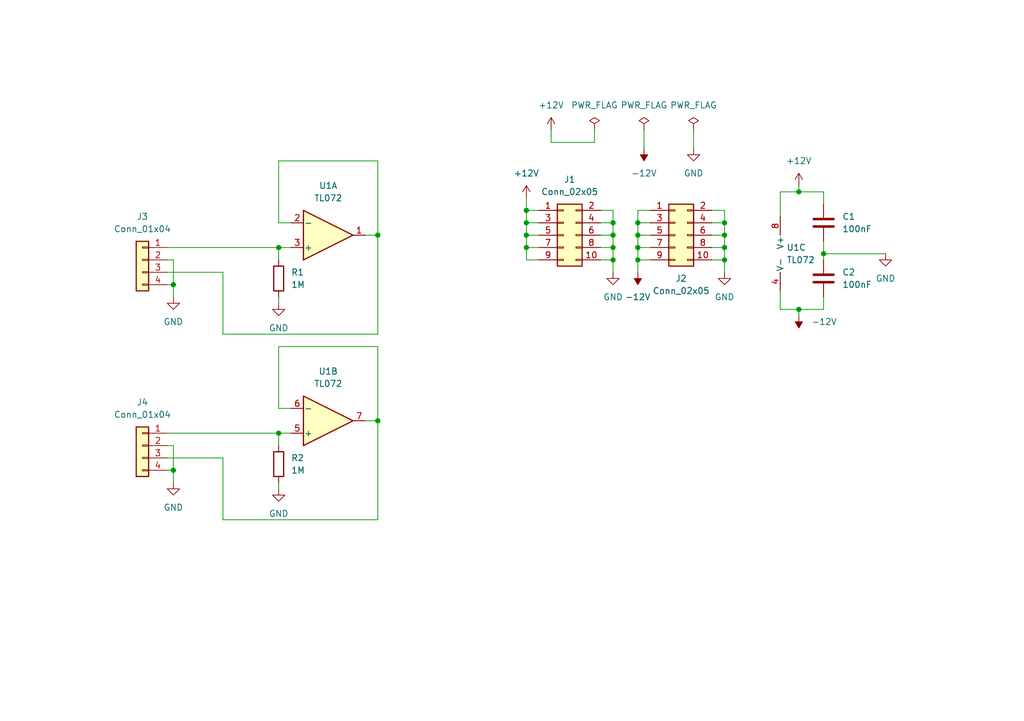
<source format=kicad_sch>
(kicad_sch (version 20211123) (generator eeschema)
  (paper "A5")
  (lib_symbols
    (symbol "Amplifier_Operational:TL072" (pin_names (offset 0.127))
      (property "Reference" "U" (at 0 5.08 0))
      (property "Value" "TL072" (at 0 -5.08 0))
      (symbol "TL072_1_1"
        (polyline (pts (xy -5.08 5.08) (xy 5.08 0) (xy -5.08 -5.08) (xy -5.08 5.08)) (stroke (width 0.254)) (fill (type background)))
        (pin output line (at 7.62 0 180) (length 2.54) (name "~") (number "1"))
        (pin input line (at -7.62 -2.54 0) (length 2.54) (name "-") (number "2"))
        (pin input line (at -7.62 2.54 0) (length 2.54) (name "+") (number "3"))
      )
      (symbol "TL072_2_1"
        (polyline (pts (xy -5.08 5.08) (xy 5.08 0) (xy -5.08 -5.08) (xy -5.08 5.08)) (stroke (width 0.254)) (fill (type background)))
        (pin input line (at -7.62 2.54 0) (length 2.54) (name "+") (number "5"))
        (pin input line (at -7.62 -2.54 0) (length 2.54) (name "-") (number "6"))
        (pin output line (at 7.62 0 180) (length 2.54) (name "~") (number "7"))
      )
      (symbol "TL072_3_1"
        (pin power_in line (at -2.54 -7.62 90) (length 3.81) (name "V-") (number "4"))
        (pin power_in line (at -2.54 7.62 270) (length 3.81) (name "V+") (number "8"))
      )
    )
    (symbol "Connector_Generic:Conn_01x04" (pin_names (offset 1.016) hide)
      (property "Reference" "J" (at 0 5.08 0))
      (property "Value" "Conn_01x04" (at 0 -7.62 0))
      (symbol "Conn_01x04_1_1"
        (rectangle (start -1.27 -4.953) (end 0 -5.207) (stroke (width 0.1524)))
        (rectangle (start -1.27 -2.413) (end 0 -2.667) (stroke (width 0.1524)))
        (rectangle (start -1.27 0.127) (end 0 -0.127) (stroke (width 0.1524)))
        (rectangle (start -1.27 2.667) (end 0 2.413) (stroke (width 0.1524)))
        (rectangle (start -1.27 3.81) (end 1.27 -6.35) (stroke (width 0.254)) (fill (type background)))
        (pin passive line (at -5.08 2.54 0) (length 3.81) (name "Pin_1") (number "1"))
        (pin passive line (at -5.08 0 0) (length 3.81) (name "Pin_2") (number "2"))
        (pin passive line (at -5.08 -2.54 0) (length 3.81) (name "Pin_3") (number "3"))
        (pin passive line (at -5.08 -5.08 0) (length 3.81) (name "Pin_4") (number "4"))
      )
    )
    (symbol "Connector_Generic:Conn_02x05_Odd_Even" (pin_names (offset 1.016) hide)
      (property "Reference" "J" (at 1.27 7.62 0))
      (property "Value" "Conn_02x05_Odd_Even" (at 1.27 -7.62 0))
      (symbol "Conn_02x05_Odd_Even_1_1"
        (rectangle (start -1.27 -4.953) (end 0 -5.207) (stroke (width 0.1524)))
        (rectangle (start -1.27 -2.413) (end 0 -2.667) (stroke (width 0.1524)))
        (rectangle (start -1.27 0.127) (end 0 -0.127) (stroke (width 0.1524)))
        (rectangle (start -1.27 2.667) (end 0 2.413) (stroke (width 0.1524)))
        (rectangle (start -1.27 5.207) (end 0 4.953) (stroke (width 0.1524)))
        (rectangle (start -1.27 6.35) (end 3.81 -6.35) (stroke (width 0.254)) (fill (type background)))
        (rectangle (start 3.81 -4.953) (end 2.54 -5.207) (stroke (width 0.1524)))
        (rectangle (start 3.81 -2.413) (end 2.54 -2.667) (stroke (width 0.1524)))
        (rectangle (start 3.81 0.127) (end 2.54 -0.127) (stroke (width 0.1524)))
        (rectangle (start 3.81 2.667) (end 2.54 2.413) (stroke (width 0.1524)))
        (rectangle (start 3.81 5.207) (end 2.54 4.953) (stroke (width 0.1524)))
        (pin passive line (at -5.08 5.08 0) (length 3.81) (name "Pin_1") (number "1"))
        (pin passive line (at 7.62 -5.08 180) (length 3.81) (name "Pin_10") (number "10"))
        (pin passive line (at 7.62 5.08 180) (length 3.81) (name "Pin_2") (number "2"))
        (pin passive line (at -5.08 2.54 0) (length 3.81) (name "Pin_3") (number "3"))
        (pin passive line (at 7.62 2.54 180) (length 3.81) (name "Pin_4") (number "4"))
        (pin passive line (at -5.08 0 0) (length 3.81) (name "Pin_5") (number "5"))
        (pin passive line (at 7.62 0 180) (length 3.81) (name "Pin_6") (number "6"))
        (pin passive line (at -5.08 -2.54 0) (length 3.81) (name "Pin_7") (number "7"))
        (pin passive line (at 7.62 -2.54 180) (length 3.81) (name "Pin_8") (number "8"))
        (pin passive line (at -5.08 -5.08 0) (length 3.81) (name "Pin_9") (number "9"))
      )
    )
    (symbol "Device:C" (pin_numbers hide) (pin_names (offset 0.254))
      (property "Reference" "C" (at 0.635 2.54 0))
      (property "Value" "C" (at 0.635 -2.54 0))
      (symbol "C_0_1"
        (polyline (pts (xy -2.032 -0.762) (xy 2.032 -0.762)) (stroke (width 0.508)))
        (polyline (pts (xy -2.032 0.762) (xy 2.032 0.762)) (stroke (width 0.508)))
      )
      (symbol "C_1_1"
        (pin passive line (at 0 3.81 270) (length 2.794) (name "~") (number "1"))
        (pin passive line (at 0 -3.81 90) (length 2.794) (name "~") (number "2"))
      )
    )
    (symbol "Device:R" (pin_numbers hide) (pin_names (offset 0))
      (property "Reference" "R" (at 2.032 0 90))
      (property "Value" "R" (at 0 0 90))
      (symbol "R_0_1"
        (rectangle (start -1.016 -2.54) (end 1.016 2.54) (stroke (width 0.254)))
      )
      (symbol "R_1_1"
        (pin passive line (at 0 3.81 270) (length 1.27) (name "~") (number "1"))
        (pin passive line (at 0 -3.81 90) (length 1.27) (name "~") (number "2"))
      )
    )
    (symbol "power:+12V" (power) (pin_names (offset 0))
      (property "Value" "+12V" (at 0 3.556 0))
      (symbol "+12V_0_1"
        (polyline (pts (xy -0.762 1.27) (xy 0 2.54)))
        (polyline (pts (xy 0 0) (xy 0 2.54)))
        (polyline (pts (xy 0 2.54) (xy 0.762 1.27)))
      )
      (symbol "+12V_1_1"
        (pin power_in line (at 0 0 90) (length 0) hide (name "+12V") (number "1"))
      )
    )
    (symbol "power:-12V" (power) (pin_names (offset 0))
      (property "Value" "-12V" (at 0 3.81 0))
      (symbol "-12V_0_0"
        (pin power_in line (at 0 0 90) (length 0) hide (name "-12V") (number "1"))
      )
      (symbol "-12V_0_1"
        (polyline (pts (xy 0 0) (xy 0 1.27) (xy 0.762 1.27) (xy 0 2.54) (xy -0.762 1.27) (xy 0 1.27)) (fill (type outline)))
      )
    )
    (symbol "power:GND" (power) (pin_names (offset 0))
      (property "Value" "GND" (at 0 -3.81 0))
      (symbol "GND_0_1"
        (polyline (pts (xy 0 0) (xy 0 -1.27) (xy 1.27 -1.27) (xy 0 -2.54) (xy -1.27 -1.27) (xy 0 -1.27)))
      )
      (symbol "GND_1_1"
        (pin power_in line (at 0 0 270) (length 0) hide (name "GND") (number "1"))
      )
    )
    (symbol "power:PWR_FLAG" (power) (pin_numbers hide) (pin_names (offset 0) hide)
      (property "Value" "PWR_FLAG" (at 0 3.81 0))
      (symbol "PWR_FLAG_0_0"
        (pin power_out line (at 0 0 90) (length 0) (name "pwr") (number "1"))
      )
      (symbol "PWR_FLAG_0_1"
        (polyline (pts (xy 0 0) (xy 0 1.27) (xy -1.016 1.905) (xy 0 2.54) (xy 1.016 1.905) (xy 0 1.27)))
      )
    )
  )
  (junction (at 35.56 58.42))
  (junction (at 168.91 52.07))
  (junction (at 57.15 50.8))
  (junction (at 130.81 45.72))
  (junction (at 125.73 53.34))
  (junction (at 77.47 48.26))
  (junction (at 148.59 53.34))
  (junction (at 125.73 45.72))
  (junction (at 107.95 50.8))
  (junction (at 35.56 96.52))
  (junction (at 130.81 53.34))
  (junction (at 57.15 88.9))
  (junction (at 107.95 43.18))
  (junction (at 107.95 48.26))
  (junction (at 148.59 50.8))
  (junction (at 125.73 50.8))
  (junction (at 148.59 45.72))
  (junction (at 163.83 39.37))
  (junction (at 148.59 48.26))
  (junction (at 125.73 48.26))
  (junction (at 130.81 48.26))
  (junction (at 130.81 50.8))
  (junction (at 107.95 45.72))
  (junction (at 77.47 86.36))
  (junction (at 163.83 63.5))
  (wire (pts (xy 146.05 50.8) (xy 148.59 50.8)))
  (wire (pts (xy 57.15 50.8) (xy 59.69 50.8)))
  (wire (pts (xy 74.93 48.26) (xy 77.47 48.26)))
  (wire (pts (xy 125.73 48.26) (xy 125.73 50.8)))
  (wire (pts (xy 77.47 48.26) (xy 77.47 68.58)))
  (wire (pts (xy 130.81 48.26) (xy 133.35 48.26)))
  (wire (pts (xy 168.91 63.5) (xy 168.91 60.96)))
  (wire (pts (xy 107.95 43.18) (xy 110.49 43.18)))
  (wire (pts (xy 34.29 88.9) (xy 57.15 88.9)))
  (wire (pts (xy 130.81 53.34) (xy 133.35 53.34)))
  (wire (pts (xy 74.93 86.36) (xy 77.47 86.36)))
  (wire (pts (xy 57.15 33.02) (xy 77.47 33.02)))
  (wire (pts (xy 107.95 45.72) (xy 110.49 45.72)))
  (wire (pts (xy 107.95 50.8) (xy 107.95 48.26)))
  (wire (pts (xy 57.15 45.72) (xy 57.15 33.02)))
  (wire (pts (xy 163.83 63.5) (xy 163.83 64.77)))
  (wire (pts (xy 123.19 50.8) (xy 125.73 50.8)))
  (wire (pts (xy 148.59 45.72) (xy 146.05 45.72)))
  (wire (pts (xy 148.59 45.72) (xy 148.59 48.26)))
  (wire (pts (xy 35.56 91.44) (xy 34.29 91.44)))
  (wire (pts (xy 57.15 53.34) (xy 57.15 50.8)))
  (wire (pts (xy 34.29 50.8) (xy 57.15 50.8)))
  (wire (pts (xy 125.73 43.18) (xy 125.73 45.72)))
  (wire (pts (xy 107.95 50.8) (xy 110.49 50.8)))
  (wire (pts (xy 148.59 50.8) (xy 148.59 53.34)))
  (wire (pts (xy 57.15 60.96) (xy 57.15 62.23)))
  (wire (pts (xy 77.47 86.36) (xy 77.47 71.12)))
  (wire (pts (xy 45.72 55.88) (xy 34.29 55.88)))
  (wire (pts (xy 160.02 39.37) (xy 160.02 44.45)))
  (wire (pts (xy 148.59 53.34) (xy 148.59 55.88)))
  (wire (pts (xy 113.03 26.67) (xy 113.03 29.21)))
  (wire (pts (xy 77.47 86.36) (xy 77.47 106.68)))
  (wire (pts (xy 163.83 39.37) (xy 160.02 39.37)))
  (wire (pts (xy 34.29 53.34) (xy 35.56 53.34)))
  (wire (pts (xy 123.19 48.26) (xy 125.73 48.26)))
  (wire (pts (xy 123.19 43.18) (xy 125.73 43.18)))
  (wire (pts (xy 168.91 52.07) (xy 181.61 52.07)))
  (wire (pts (xy 107.95 48.26) (xy 110.49 48.26)))
  (wire (pts (xy 35.56 96.52) (xy 34.29 96.52)))
  (wire (pts (xy 125.73 50.8) (xy 125.73 53.34)))
  (wire (pts (xy 168.91 52.07) (xy 168.91 53.34)))
  (wire (pts (xy 130.81 45.72) (xy 130.81 48.26)))
  (wire (pts (xy 130.81 43.18) (xy 130.81 45.72)))
  (wire (pts (xy 168.91 49.53) (xy 168.91 52.07)))
  (wire (pts (xy 142.24 26.67) (xy 142.24 30.48)))
  (wire (pts (xy 148.59 48.26) (xy 148.59 50.8)))
  (wire (pts (xy 35.56 58.42) (xy 35.56 53.34)))
  (wire (pts (xy 77.47 68.58) (xy 45.72 68.58)))
  (wire (pts (xy 57.15 99.06) (xy 57.15 100.33)))
  (wire (pts (xy 168.91 39.37) (xy 163.83 39.37)))
  (wire (pts (xy 163.83 38.1) (xy 163.83 39.37)))
  (wire (pts (xy 125.73 53.34) (xy 125.73 55.88)))
  (wire (pts (xy 35.56 96.52) (xy 35.56 91.44)))
  (wire (pts (xy 45.72 106.68) (xy 45.72 93.98)))
  (wire (pts (xy 57.15 71.12) (xy 77.47 71.12)))
  (wire (pts (xy 160.02 59.69) (xy 160.02 63.5)))
  (wire (pts (xy 146.05 53.34) (xy 148.59 53.34)))
  (wire (pts (xy 125.73 45.72) (xy 125.73 48.26)))
  (wire (pts (xy 130.81 53.34) (xy 130.81 55.88)))
  (wire (pts (xy 107.95 43.18) (xy 107.95 40.64)))
  (wire (pts (xy 107.95 53.34) (xy 107.95 50.8)))
  (wire (pts (xy 163.83 63.5) (xy 168.91 63.5)))
  (wire (pts (xy 77.47 106.68) (xy 45.72 106.68)))
  (wire (pts (xy 130.81 50.8) (xy 130.81 53.34)))
  (wire (pts (xy 34.29 58.42) (xy 35.56 58.42)))
  (wire (pts (xy 146.05 48.26) (xy 148.59 48.26)))
  (wire (pts (xy 35.56 60.96) (xy 35.56 58.42)))
  (wire (pts (xy 133.35 50.8) (xy 130.81 50.8)))
  (wire (pts (xy 57.15 71.12) (xy 57.15 83.82)))
  (wire (pts (xy 123.19 53.34) (xy 125.73 53.34)))
  (wire (pts (xy 121.92 29.21) (xy 113.03 29.21)))
  (wire (pts (xy 45.72 68.58) (xy 45.72 55.88)))
  (wire (pts (xy 121.92 26.67) (xy 121.92 29.21)))
  (wire (pts (xy 132.08 26.67) (xy 132.08 30.48)))
  (wire (pts (xy 110.49 53.34) (xy 107.95 53.34)))
  (wire (pts (xy 146.05 43.18) (xy 148.59 43.18)))
  (wire (pts (xy 133.35 43.18) (xy 130.81 43.18)))
  (wire (pts (xy 130.81 48.26) (xy 130.81 50.8)))
  (wire (pts (xy 107.95 45.72) (xy 107.95 43.18)))
  (wire (pts (xy 59.69 45.72) (xy 57.15 45.72)))
  (wire (pts (xy 57.15 91.44) (xy 57.15 88.9)))
  (wire (pts (xy 57.15 83.82) (xy 59.69 83.82)))
  (wire (pts (xy 107.95 48.26) (xy 107.95 45.72)))
  (wire (pts (xy 160.02 63.5) (xy 163.83 63.5)))
  (wire (pts (xy 77.47 33.02) (xy 77.47 48.26)))
  (wire (pts (xy 123.19 45.72) (xy 125.73 45.72)))
  (wire (pts (xy 168.91 41.91) (xy 168.91 39.37)))
  (wire (pts (xy 57.15 88.9) (xy 59.69 88.9)))
  (wire (pts (xy 34.29 93.98) (xy 45.72 93.98)))
  (wire (pts (xy 148.59 43.18) (xy 148.59 45.72)))
  (wire (pts (xy 35.56 96.52) (xy 35.56 99.06)))
  (wire (pts (xy 130.81 45.72) (xy 133.35 45.72)))
  (symbol (lib_id "power:GND") (at 57.15 100.33 0) (unit 1)
    (property "Reference" "#PWR014" (effects hide))
    (property "Value" "GND" (at 57.15 105.41 0))
  )
  (symbol (lib_id "power:+12V") (at 163.83 38.1 0) (unit 1)
    (property "Reference" "#PWR04" (effects hide))
    (property "Value" "+12V" (at 163.83 33.02 0))
  )
  (symbol (lib_id "power:GND") (at 125.73 55.88 0) (unit 1)
    (property "Reference" "#PWR07" (effects hide))
    (property "Value" "GND" (at 125.73 60.96 0))
  )
  (symbol (lib_id "power:GND") (at 181.61 52.07 0) (unit 1)
    (property "Reference" "#PWR06" (effects hide))
    (property "Value" "GND" (at 181.61 57.15 0))
  )
  (symbol (lib_id "power:-12V") (at 130.81 55.88 0) (mirror x) (unit 1)
    (property "Reference" "#PWR08" (effects hide))
    (property "Value" "-12V" (at 130.81 60.96 0))
  )
  (symbol (lib_id "Device:R") (at 57.15 57.15 180) (unit 1)
    (property "Reference" "R1" (at 59.69 55.8799 0) (effects (justify right)))
    (property "Value" "1M" (at 59.69 58.4199 0) (effects (justify right)))
    (property "Footprint" "Resistor_THT:R_Axial_DIN0207_L6.3mm_D2.5mm_P2.54mm_Vertical" (effects hide))
  )
  (symbol (lib_id "power:GND") (at 35.56 99.06 0) (mirror y) (unit 1)
    (property "Reference" "#PWR013" (effects hide))
    (property "Value" "GND" (at 35.56 104.14 0))
  )
  (symbol (lib_id "Device:C") (at 168.91 57.15 0) (unit 1)
    (property "Reference" "C2" (at 172.72 55.8799 0) (effects (justify left)))
    (property "Value" "100nF" (at 172.72 58.4199 0) (effects (justify left)))
    (property "Footprint" "Capacitor_THT:C_Disc_D4.7mm_W2.5mm_P5.00mm" (effects hide))
  )
  (symbol (lib_id "Amplifier_Operational:TL072") (at 67.31 48.26 0) (mirror x) (unit 1)
    (property "Reference" "U1" (at 67.31 38.1 0))
    (property "Value" "TL072" (at 67.31 40.64 0))
    (property "Footprint" "Package_DIP:DIP-8_W7.62mm_Socket" (effects hide))
    (property "Datasheet" "http://www.ti.com/lit/ds/symlink/tl071.pdf" (effects hide))
  )
  (symbol (lib_id "Device:C") (at 168.91 45.72 0) (unit 1)
    (property "Reference" "C1" (at 172.72 44.4499 0) (effects (justify left)))
    (property "Value" "100nF" (at 172.72 46.9899 0) (effects (justify left)))
    (property "Footprint" "Capacitor_THT:C_Disc_D4.7mm_W2.5mm_P5.00mm" (effects hide))
  )
  (symbol (lib_id "Amplifier_Operational:TL072") (at 67.31 86.36 0) (mirror x) (unit 2)
    (property "Reference" "U1" (at 67.31 76.2 0))
    (property "Value" "TL072" (at 67.31 78.74 0))
    (property "Footprint" "Package_DIP:DIP-8_W7.62mm_Socket" (effects hide))
    (property "Datasheet" "http://www.ti.com/lit/ds/symlink/tl071.pdf" (effects hide))
  )
  (symbol (lib_id "Device:R") (at 57.15 95.25 180) (unit 1)
    (property "Reference" "R2" (at 59.69 93.9799 0) (effects (justify right)))
    (property "Value" "1M" (at 59.69 96.5199 0) (effects (justify right)))
    (property "Footprint" "Resistor_THT:R_Axial_DIN0207_L6.3mm_D2.5mm_P2.54mm_Vertical" (effects hide))
  )
  (symbol (lib_id "power:GND") (at 35.56 60.96 0) (unit 1)
    (property "Reference" "#PWR010" (effects hide))
    (property "Value" "GND" (at 35.56 66.04 0))
  )
  (symbol (lib_id "power:-12V") (at 132.08 30.48 180) (unit 1)
    (property "Reference" "#PWR02" (effects hide))
    (property "Value" "-12V" (at 132.08 35.56 0))
  )
  (symbol (lib_id "power:PWR_FLAG") (at 132.08 26.67 0) (unit 1)
    (property "Reference" "#FLG02" (effects hide))
    (property "Value" "PWR_FLAG" (at 132.08 21.59 0))
  )
  (symbol (lib_id "power:GND") (at 57.15 62.23 0) (unit 1)
    (property "Reference" "#PWR011" (effects hide))
    (property "Value" "GND" (at 57.15 67.31 0))
  )
  (symbol (lib_id "Connector_Generic:Conn_02x05_Odd_Even") (at 115.57 48.26 0) (unit 1)
    (property "Reference" "J1" (at 116.84 36.83 0))
    (property "Value" "Conn_02x05" (at 116.84 39.37 0))
    (property "Footprint" "Connector_PinHeader_2.54mm:PinHeader_2x05_P2.54mm_Vertical" (effects hide))
  )
  (symbol (lib_id "power:+12V") (at 113.03 26.67 0) (unit 1)
    (property "Reference" "#PWR01" (effects hide))
    (property "Value" "+12V" (at 113.03 21.59 0))
  )
  (symbol (lib_id "Connector_Generic:Conn_02x05_Odd_Even") (at 138.43 48.26 0) (unit 1)
    (property "Reference" "J2" (at 139.7 57.15 0))
    (property "Value" "Conn_02x05" (at 139.7 59.69 0))
    (property "Footprint" "Connector_PinHeader_2.54mm:PinHeader_2x05_P2.54mm_Vertical" (effects hide))
  )
  (symbol (lib_id "Amplifier_Operational:TL072") (at 162.56 52.07 0) (unit 3)
    (property "Reference" "U1" (at 161.29 50.7999 0) (effects (justify left)))
    (property "Value" "TL072" (at 161.29 53.3399 0) (effects (justify left)))
    (property "Footprint" "Package_DIP:DIP-8_W7.62mm_Socket" (effects hide))
    (property "Datasheet" "http://www.ti.com/lit/ds/symlink/tl071.pdf" (effects hide))
  )
  (symbol (lib_id "Connector_Generic:Conn_01x04") (at 29.21 91.44 0) (mirror y) (unit 1)
    (property "Reference" "J4" (at 29.21 82.55 0))
    (property "Value" "Conn_01x04" (at 29.21 85.09 0))
    (property "Footprint" "Connector_PinHeader_2.54mm:PinHeader_1x04_P2.54mm_Vertical" (effects hide))
  )
  (symbol (lib_id "power:PWR_FLAG") (at 142.24 26.67 0) (unit 1)
    (property "Reference" "#FLG03" (effects hide))
    (property "Value" "PWR_FLAG" (at 142.24 21.59 0))
  )
  (symbol (lib_id "power:-12V") (at 163.83 64.77 180) (unit 1)
    (property "Reference" "#PWR012" (effects hide))
    (property "Value" "-12V" (at 166.37 66.0399 0) (effects (justify right)))
  )
  (symbol (lib_id "Connector_Generic:Conn_01x04") (at 29.21 53.34 0) (mirror y) (unit 1)
    (property "Reference" "J3" (at 29.21 44.45 0))
    (property "Value" "Conn_01x04" (at 29.21 46.99 0))
    (property "Footprint" "Connector_PinHeader_2.54mm:PinHeader_1x04_P2.54mm_Vertical" (effects hide))
  )
  (symbol (lib_id "power:+12V") (at 107.95 40.64 0) (unit 1)
    (property "Reference" "#PWR05" (effects hide))
    (property "Value" "+12V" (at 107.95 35.56 0))
  )
  (symbol (lib_id "power:PWR_FLAG") (at 121.92 26.67 0) (unit 1)
    (property "Reference" "#FLG01" (effects hide))
    (property "Value" "PWR_FLAG" (at 121.92 21.59 0))
  )
  (symbol (lib_id "power:GND") (at 148.59 55.88 0) (mirror y) (unit 1)
    (property "Reference" "#PWR09" (effects hide))
    (property "Value" "GND" (at 148.59 60.96 0))
  )
  (symbol (lib_id "power:GND") (at 142.24 30.48 0) (unit 1)
    (property "Reference" "#PWR03" (effects hide))
    (property "Value" "GND" (at 142.24 35.56 0))
  )
)
</source>
